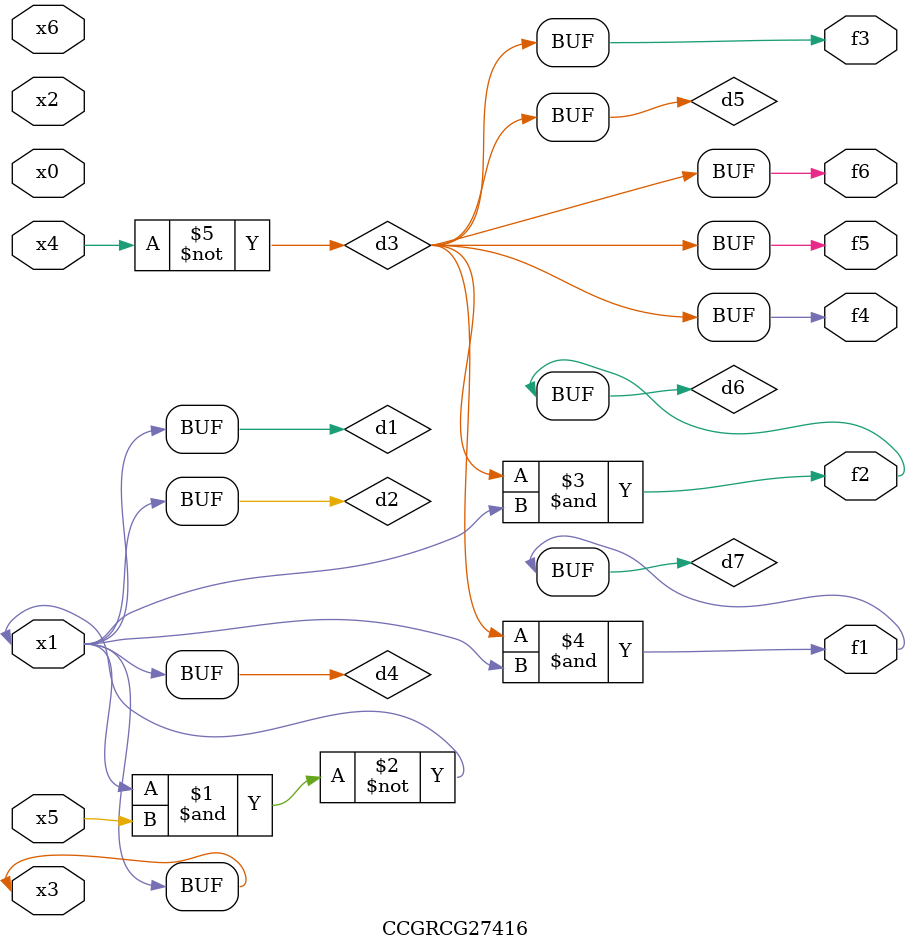
<source format=v>
module CCGRCG27416(
	input x0, x1, x2, x3, x4, x5, x6,
	output f1, f2, f3, f4, f5, f6
);

	wire d1, d2, d3, d4, d5, d6, d7;

	buf (d1, x1, x3);
	nand (d2, x1, x5);
	not (d3, x4);
	buf (d4, d1, d2);
	buf (d5, d3);
	and (d6, d3, d4);
	and (d7, d3, d4);
	assign f1 = d7;
	assign f2 = d6;
	assign f3 = d5;
	assign f4 = d5;
	assign f5 = d5;
	assign f6 = d5;
endmodule

</source>
